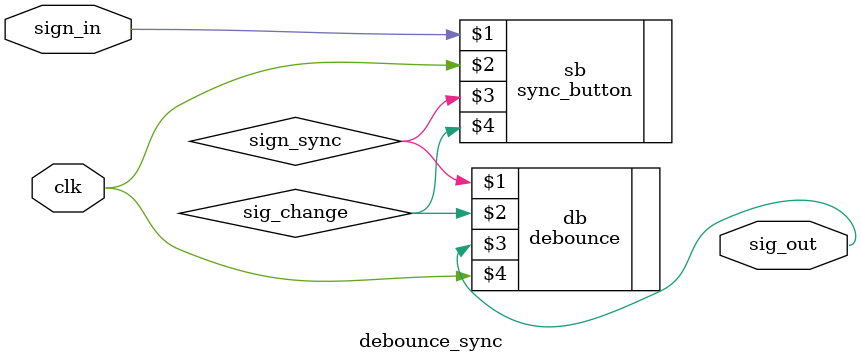
<source format=v>
`timescale 1ns / 1ps

module debounce_sync(clk, sign_in, sig_out);
    input clk, sign_in;
    output sig_out;
    wire sign_sync, sig_change;

    sync_button sb(sign_in, clk, sign_sync, sig_change);
    debounce db(sign_sync, sig_change, sig_out, clk);
endmodule
</source>
